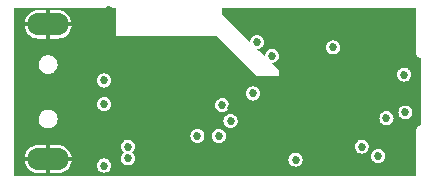
<source format=gbr>
%TF.GenerationSoftware,KiCad,Pcbnew,(6.0.7)*%
%TF.CreationDate,2023-02-08T01:32:31-08:00*%
%TF.ProjectId,ESP_SoC,4553505f-536f-4432-9e6b-696361645f70,rev?*%
%TF.SameCoordinates,Original*%
%TF.FileFunction,Copper,L2,Inr*%
%TF.FilePolarity,Positive*%
%FSLAX46Y46*%
G04 Gerber Fmt 4.6, Leading zero omitted, Abs format (unit mm)*
G04 Created by KiCad (PCBNEW (6.0.7)) date 2023-02-08 01:32:31*
%MOMM*%
%LPD*%
G01*
G04 APERTURE LIST*
%TA.AperFunction,ComponentPad*%
%ADD10O,3.500000X1.900000*%
%TD*%
%TA.AperFunction,ViaPad*%
%ADD11C,0.685800*%
%TD*%
%TA.AperFunction,ViaPad*%
%ADD12C,0.889000*%
%TD*%
G04 APERTURE END LIST*
D10*
%TO.N,GND*%
%TO.C,J1*%
X101650000Y-104450000D03*
X101650000Y-93050000D03*
%TD*%
D11*
%TO.N,+3V3*%
X125800000Y-95000000D03*
X116100000Y-102500000D03*
X116400000Y-99900000D03*
X119337156Y-94518432D03*
X122600000Y-104500000D03*
X119000000Y-98900000D03*
X114295000Y-102475000D03*
X120600000Y-95700000D03*
X117100000Y-101226500D03*
%TO.N,GND*%
X117700000Y-92800000D03*
X106800000Y-92700000D03*
X117178019Y-100133500D03*
X104700000Y-104500000D03*
D12*
X122750000Y-98500000D03*
D11*
X111000000Y-104000000D03*
X130400000Y-94500000D03*
X127400000Y-94500000D03*
X106800000Y-91800000D03*
X112800000Y-94500000D03*
D12*
X124000000Y-99750000D03*
D11*
X106800000Y-93600000D03*
X107800000Y-94500000D03*
D12*
X122750000Y-101000000D03*
D11*
X107700000Y-101100000D03*
X117400000Y-96100000D03*
X130400000Y-92300000D03*
X127400000Y-92300000D03*
X113000000Y-97800000D03*
X115300000Y-99900000D03*
D12*
X124000000Y-98500000D03*
D11*
X113800000Y-94500000D03*
X117000000Y-92100000D03*
X109800000Y-94500000D03*
X114800000Y-94500000D03*
X118700000Y-102800000D03*
D12*
X124000000Y-101000000D03*
D11*
X118800000Y-97400000D03*
X108800000Y-94500000D03*
D12*
X125250000Y-98500000D03*
D11*
X106800000Y-94500000D03*
D12*
X122750000Y-99750000D03*
X125250000Y-101000000D03*
D11*
X111800000Y-94500000D03*
X129000000Y-98900000D03*
X118400000Y-93500000D03*
D12*
X125250000Y-99750000D03*
D11*
X108800000Y-97800000D03*
X113000000Y-101100000D03*
X116700000Y-95400000D03*
X129000000Y-96700000D03*
X110800000Y-94500000D03*
X130700000Y-103800000D03*
%TO.N,+5V*%
X108400000Y-103400000D03*
X131800000Y-97300000D03*
X106400000Y-105000000D03*
X131900000Y-100500000D03*
X108400000Y-104400000D03*
%TO.N,USB_D-*%
X106400000Y-99800000D03*
X129600000Y-104200000D03*
%TO.N,USB_D+*%
X128200000Y-103400000D03*
X106400000Y-97800000D03*
%TO.N,Net-(P1-PadB5)*%
X130300000Y-101000000D03*
%TD*%
%TA.AperFunction,Conductor*%
%TO.N,GND*%
G36*
X107425459Y-91655333D02*
G01*
X107430292Y-91667017D01*
X107427956Y-93940306D01*
X107427896Y-93998552D01*
X107431154Y-93998572D01*
X107431155Y-93998572D01*
X115943296Y-94049960D01*
X115954777Y-94054707D01*
X118560457Y-96622068D01*
X119350000Y-97400000D01*
X121200000Y-97400000D01*
X121200000Y-97300000D01*
X131201480Y-97300000D01*
X131201621Y-97301071D01*
X131214519Y-97399038D01*
X131221874Y-97454908D01*
X131281666Y-97599260D01*
X131282326Y-97600120D01*
X131282327Y-97600122D01*
X131364331Y-97706991D01*
X131376782Y-97723218D01*
X131377637Y-97723874D01*
X131499878Y-97817673D01*
X131499880Y-97817674D01*
X131500740Y-97818334D01*
X131645092Y-97878126D01*
X131646157Y-97878266D01*
X131646160Y-97878267D01*
X131798929Y-97898379D01*
X131800000Y-97898520D01*
X131801071Y-97898379D01*
X131953840Y-97878267D01*
X131953843Y-97878266D01*
X131954908Y-97878126D01*
X132099260Y-97818334D01*
X132100120Y-97817674D01*
X132100122Y-97817673D01*
X132222363Y-97723874D01*
X132223218Y-97723218D01*
X132235669Y-97706991D01*
X132317673Y-97600122D01*
X132317674Y-97600120D01*
X132318334Y-97599260D01*
X132378126Y-97454908D01*
X132385482Y-97399038D01*
X132398379Y-97301071D01*
X132398520Y-97300000D01*
X132392003Y-97250500D01*
X132378267Y-97146160D01*
X132378266Y-97146157D01*
X132378126Y-97145092D01*
X132318334Y-97000740D01*
X132283561Y-96955422D01*
X132223874Y-96877637D01*
X132223218Y-96876782D01*
X132128257Y-96803916D01*
X132100122Y-96782327D01*
X132100120Y-96782326D01*
X132099260Y-96781666D01*
X131954908Y-96721874D01*
X131953843Y-96721734D01*
X131953840Y-96721733D01*
X131801071Y-96701621D01*
X131800000Y-96701480D01*
X131798929Y-96701621D01*
X131646160Y-96721733D01*
X131646157Y-96721734D01*
X131645092Y-96721874D01*
X131500740Y-96781666D01*
X131499880Y-96782326D01*
X131499878Y-96782327D01*
X131471743Y-96803916D01*
X131376782Y-96876782D01*
X131376126Y-96877637D01*
X131316440Y-96955422D01*
X131281666Y-97000740D01*
X131221874Y-97145092D01*
X131221734Y-97146157D01*
X131221733Y-97146160D01*
X131207997Y-97250500D01*
X131201480Y-97300000D01*
X121200000Y-97300000D01*
X121200000Y-96949990D01*
X120559860Y-96323187D01*
X120554905Y-96311572D01*
X120559615Y-96299854D01*
X120571230Y-96294899D01*
X120573558Y-96295039D01*
X120598929Y-96298379D01*
X120600000Y-96298520D01*
X120601071Y-96298379D01*
X120753840Y-96278267D01*
X120753843Y-96278266D01*
X120754908Y-96278126D01*
X120899260Y-96218334D01*
X120900120Y-96217674D01*
X120900122Y-96217673D01*
X121022363Y-96123874D01*
X121023218Y-96123218D01*
X121118334Y-95999260D01*
X121137063Y-95954045D01*
X121177713Y-95855905D01*
X121178126Y-95854908D01*
X121180995Y-95833121D01*
X121198379Y-95701071D01*
X121198520Y-95700000D01*
X121194163Y-95666907D01*
X121178267Y-95546160D01*
X121178266Y-95546157D01*
X121178126Y-95545092D01*
X121138531Y-95449500D01*
X121118750Y-95401744D01*
X121118750Y-95401743D01*
X121118334Y-95400740D01*
X121100057Y-95376920D01*
X121023874Y-95277637D01*
X121023218Y-95276782D01*
X121006991Y-95264331D01*
X120900122Y-95182327D01*
X120900120Y-95182326D01*
X120899260Y-95181666D01*
X120832082Y-95153840D01*
X120755905Y-95122287D01*
X120754908Y-95121874D01*
X120753843Y-95121734D01*
X120753840Y-95121733D01*
X120601071Y-95101621D01*
X120600000Y-95101480D01*
X120598929Y-95101621D01*
X120446160Y-95121733D01*
X120446157Y-95121734D01*
X120445092Y-95121874D01*
X120444095Y-95122287D01*
X120367919Y-95153840D01*
X120300740Y-95181666D01*
X120299880Y-95182326D01*
X120299878Y-95182327D01*
X120193009Y-95264331D01*
X120176782Y-95276782D01*
X120176126Y-95277637D01*
X120099944Y-95376920D01*
X120081666Y-95400740D01*
X120081250Y-95401743D01*
X120081250Y-95401744D01*
X120061469Y-95449500D01*
X120021874Y-95545092D01*
X120021734Y-95546157D01*
X120021733Y-95546160D01*
X120005837Y-95666907D01*
X120001480Y-95700000D01*
X120001621Y-95701071D01*
X120006796Y-95740379D01*
X120003527Y-95752578D01*
X119992591Y-95758892D01*
X119980392Y-95755623D01*
X119978893Y-95754322D01*
X119513123Y-95298256D01*
X119353278Y-95141741D01*
X119348323Y-95130126D01*
X119353033Y-95118408D01*
X119362667Y-95113593D01*
X119416496Y-95106507D01*
X119490996Y-95096699D01*
X119490999Y-95096698D01*
X119492064Y-95096558D01*
X119636416Y-95036766D01*
X119637276Y-95036106D01*
X119637278Y-95036105D01*
X119684331Y-95000000D01*
X125201480Y-95000000D01*
X125201621Y-95001071D01*
X125220141Y-95141741D01*
X125221874Y-95154908D01*
X125222287Y-95155905D01*
X125272710Y-95277637D01*
X125281666Y-95299260D01*
X125376782Y-95423218D01*
X125377637Y-95423874D01*
X125499878Y-95517673D01*
X125499880Y-95517674D01*
X125500740Y-95518334D01*
X125501743Y-95518750D01*
X125501744Y-95518750D01*
X125615928Y-95566046D01*
X125645092Y-95578126D01*
X125646157Y-95578266D01*
X125646160Y-95578267D01*
X125798929Y-95598379D01*
X125800000Y-95598520D01*
X125801071Y-95598379D01*
X125953840Y-95578267D01*
X125953843Y-95578266D01*
X125954908Y-95578126D01*
X125984072Y-95566046D01*
X126098256Y-95518750D01*
X126098257Y-95518750D01*
X126099260Y-95518334D01*
X126100120Y-95517674D01*
X126100122Y-95517673D01*
X126222363Y-95423874D01*
X126223218Y-95423218D01*
X126318334Y-95299260D01*
X126327291Y-95277637D01*
X126377713Y-95155905D01*
X126378126Y-95154908D01*
X126379860Y-95141741D01*
X126398379Y-95001071D01*
X126398520Y-95000000D01*
X126398361Y-94998794D01*
X126378267Y-94846160D01*
X126378266Y-94846157D01*
X126378126Y-94845092D01*
X126318334Y-94700740D01*
X126298075Y-94674337D01*
X126223874Y-94577637D01*
X126223218Y-94576782D01*
X126179299Y-94543082D01*
X126100122Y-94482327D01*
X126100120Y-94482326D01*
X126099260Y-94481666D01*
X125954908Y-94421874D01*
X125953843Y-94421734D01*
X125953840Y-94421733D01*
X125801071Y-94401621D01*
X125800000Y-94401480D01*
X125798929Y-94401621D01*
X125646160Y-94421733D01*
X125646157Y-94421734D01*
X125645092Y-94421874D01*
X125500740Y-94481666D01*
X125499880Y-94482326D01*
X125499878Y-94482327D01*
X125420701Y-94543082D01*
X125376782Y-94576782D01*
X125376126Y-94577637D01*
X125301926Y-94674337D01*
X125281666Y-94700740D01*
X125221874Y-94845092D01*
X125221734Y-94846157D01*
X125221733Y-94846160D01*
X125201639Y-94998794D01*
X125201480Y-95000000D01*
X119684331Y-95000000D01*
X119759519Y-94942306D01*
X119760374Y-94941650D01*
X119833646Y-94846160D01*
X119854829Y-94818554D01*
X119854830Y-94818552D01*
X119855490Y-94817692D01*
X119915282Y-94673340D01*
X119928081Y-94576126D01*
X119935535Y-94519503D01*
X119935676Y-94518432D01*
X119930781Y-94481250D01*
X119915423Y-94364592D01*
X119915422Y-94364589D01*
X119915282Y-94363524D01*
X119867861Y-94249038D01*
X119855906Y-94220176D01*
X119855906Y-94220175D01*
X119855490Y-94219172D01*
X119760374Y-94095214D01*
X119701398Y-94049960D01*
X119637278Y-94000759D01*
X119637276Y-94000758D01*
X119636416Y-94000098D01*
X119624763Y-93995271D01*
X119505929Y-93946049D01*
X119492064Y-93940306D01*
X119490999Y-93940166D01*
X119490996Y-93940165D01*
X119338227Y-93920053D01*
X119337156Y-93919912D01*
X119336085Y-93920053D01*
X119183316Y-93940165D01*
X119183313Y-93940166D01*
X119182248Y-93940306D01*
X119168383Y-93946049D01*
X119049550Y-93995271D01*
X119037896Y-94000098D01*
X119037036Y-94000758D01*
X119037034Y-94000759D01*
X118972914Y-94049960D01*
X118913938Y-94095214D01*
X118818822Y-94219172D01*
X118818406Y-94220175D01*
X118818406Y-94220176D01*
X118806451Y-94249038D01*
X118759030Y-94363524D01*
X118758890Y-94364589D01*
X118758889Y-94364592D01*
X118740442Y-94504716D01*
X118734128Y-94515652D01*
X118721929Y-94518921D01*
X118712539Y-94514351D01*
X117037537Y-92874245D01*
X116404956Y-92254843D01*
X116400000Y-92243054D01*
X116400000Y-91667000D01*
X116404833Y-91655333D01*
X116416500Y-91650500D01*
X132783000Y-91650500D01*
X132794667Y-91655333D01*
X132799500Y-91667000D01*
X132799500Y-95373701D01*
X132799183Y-95376919D01*
X132794592Y-95400000D01*
X132794909Y-95401594D01*
X132797744Y-95415847D01*
X132797957Y-95417218D01*
X132801277Y-95446683D01*
X132809907Y-95523273D01*
X132810214Y-95524149D01*
X132810214Y-95524151D01*
X132850574Y-95639494D01*
X132850576Y-95639498D01*
X132850879Y-95640364D01*
X132851369Y-95641144D01*
X132851370Y-95641146D01*
X132899111Y-95717125D01*
X132916879Y-95745403D01*
X133004597Y-95833121D01*
X133005385Y-95833616D01*
X133108854Y-95898630D01*
X133108856Y-95898631D01*
X133109636Y-95899121D01*
X133188950Y-95926874D01*
X133198366Y-95935289D01*
X133200000Y-95942448D01*
X133200000Y-101557552D01*
X133195167Y-101569219D01*
X133188951Y-101573125D01*
X133109636Y-101600879D01*
X133108856Y-101601369D01*
X133108854Y-101601370D01*
X133073996Y-101623273D01*
X133004597Y-101666879D01*
X132916879Y-101754597D01*
X132916384Y-101755385D01*
X132856652Y-101850449D01*
X132850879Y-101859636D01*
X132850576Y-101860502D01*
X132850574Y-101860506D01*
X132816695Y-101957327D01*
X132809907Y-101976727D01*
X132809276Y-101982327D01*
X132797957Y-102082782D01*
X132797744Y-102084153D01*
X132794592Y-102100000D01*
X132794909Y-102101594D01*
X132799183Y-102123080D01*
X132799500Y-102126299D01*
X132799500Y-105833000D01*
X132794667Y-105844667D01*
X132783000Y-105849500D01*
X98817000Y-105849500D01*
X98805333Y-105844667D01*
X98800500Y-105833000D01*
X98800500Y-104627320D01*
X99662796Y-104627320D01*
X99685795Y-104761170D01*
X99686185Y-104762622D01*
X99761994Y-104968115D01*
X99762646Y-104969480D01*
X99874628Y-105157706D01*
X99875525Y-105158940D01*
X100019933Y-105323605D01*
X100021032Y-105324648D01*
X100193041Y-105460249D01*
X100194302Y-105461068D01*
X100388146Y-105563054D01*
X100389532Y-105563628D01*
X100598720Y-105628583D01*
X100600182Y-105628894D01*
X100778021Y-105649943D01*
X100778998Y-105650000D01*
X101471717Y-105650000D01*
X101474038Y-105649038D01*
X101475000Y-105646717D01*
X101825000Y-105646717D01*
X101825962Y-105649038D01*
X101828283Y-105650000D01*
X102505569Y-105650000D01*
X102506327Y-105649965D01*
X102668871Y-105635030D01*
X102670343Y-105634757D01*
X102881165Y-105575299D01*
X102882558Y-105574764D01*
X103079007Y-105477886D01*
X103080288Y-105477101D01*
X103255788Y-105346049D01*
X103256914Y-105345034D01*
X103405588Y-105184200D01*
X103406505Y-105183006D01*
X103521973Y-105000000D01*
X105801480Y-105000000D01*
X105821874Y-105154908D01*
X105881666Y-105299260D01*
X105882326Y-105300120D01*
X105882327Y-105300122D01*
X105917568Y-105346049D01*
X105976782Y-105423218D01*
X105977637Y-105423874D01*
X106099878Y-105517673D01*
X106099880Y-105517674D01*
X106100740Y-105518334D01*
X106245092Y-105578126D01*
X106246157Y-105578266D01*
X106246160Y-105578267D01*
X106398929Y-105598379D01*
X106400000Y-105598520D01*
X106401071Y-105598379D01*
X106553840Y-105578267D01*
X106553843Y-105578266D01*
X106554908Y-105578126D01*
X106699260Y-105518334D01*
X106700120Y-105517674D01*
X106700122Y-105517673D01*
X106822363Y-105423874D01*
X106823218Y-105423218D01*
X106882432Y-105346049D01*
X106917673Y-105300122D01*
X106917674Y-105300120D01*
X106918334Y-105299260D01*
X106978126Y-105154908D01*
X106998520Y-105000000D01*
X106988498Y-104923874D01*
X106978267Y-104846160D01*
X106978266Y-104846157D01*
X106978126Y-104845092D01*
X106918334Y-104700740D01*
X106917199Y-104699260D01*
X106823874Y-104577637D01*
X106823218Y-104576782D01*
X106806991Y-104564331D01*
X106700122Y-104482327D01*
X106700120Y-104482326D01*
X106699260Y-104481666D01*
X106554908Y-104421874D01*
X106553843Y-104421734D01*
X106553840Y-104421733D01*
X106401071Y-104401621D01*
X106400000Y-104401480D01*
X106398929Y-104401621D01*
X106246160Y-104421733D01*
X106246157Y-104421734D01*
X106245092Y-104421874D01*
X106100740Y-104481666D01*
X106099880Y-104482326D01*
X106099878Y-104482327D01*
X105993009Y-104564331D01*
X105976782Y-104576782D01*
X105976126Y-104577637D01*
X105882802Y-104699260D01*
X105881666Y-104700740D01*
X105821874Y-104845092D01*
X105821734Y-104846157D01*
X105821733Y-104846160D01*
X105811502Y-104923874D01*
X105801480Y-105000000D01*
X103521973Y-105000000D01*
X103523387Y-104997759D01*
X103524069Y-104996419D01*
X103605230Y-104792987D01*
X103605661Y-104791533D01*
X103638147Y-104628219D01*
X103637656Y-104625755D01*
X103636527Y-104625000D01*
X101828283Y-104625000D01*
X101825962Y-104625962D01*
X101825000Y-104628283D01*
X101825000Y-105646717D01*
X101475000Y-105646717D01*
X101475000Y-104628283D01*
X101474038Y-104625962D01*
X101471717Y-104625000D01*
X99665680Y-104625000D01*
X99663359Y-104625962D01*
X99662796Y-104627320D01*
X98800500Y-104627320D01*
X98800500Y-104400000D01*
X107801480Y-104400000D01*
X107801621Y-104401071D01*
X107814416Y-104498256D01*
X107821874Y-104554908D01*
X107822287Y-104555905D01*
X107851220Y-104625755D01*
X107881666Y-104699260D01*
X107882326Y-104700120D01*
X107882327Y-104700122D01*
X107896302Y-104718334D01*
X107976782Y-104823218D01*
X107977637Y-104823874D01*
X108099878Y-104917673D01*
X108099880Y-104917674D01*
X108100740Y-104918334D01*
X108245092Y-104978126D01*
X108246157Y-104978266D01*
X108246160Y-104978267D01*
X108398929Y-104998379D01*
X108400000Y-104998520D01*
X108401071Y-104998379D01*
X108553840Y-104978267D01*
X108553843Y-104978266D01*
X108554908Y-104978126D01*
X108699260Y-104918334D01*
X108700120Y-104917674D01*
X108700122Y-104917673D01*
X108822363Y-104823874D01*
X108823218Y-104823218D01*
X108903698Y-104718334D01*
X108917673Y-104700122D01*
X108917674Y-104700120D01*
X108918334Y-104699260D01*
X108948781Y-104625755D01*
X108977713Y-104555905D01*
X108978126Y-104554908D01*
X108985355Y-104500000D01*
X122001480Y-104500000D01*
X122001621Y-104501071D01*
X122018369Y-104628283D01*
X122021874Y-104654908D01*
X122081666Y-104799260D01*
X122082326Y-104800120D01*
X122082327Y-104800122D01*
X122164331Y-104906991D01*
X122176782Y-104923218D01*
X122177637Y-104923874D01*
X122299878Y-105017673D01*
X122299880Y-105017674D01*
X122300740Y-105018334D01*
X122445092Y-105078126D01*
X122446157Y-105078266D01*
X122446160Y-105078267D01*
X122598929Y-105098379D01*
X122600000Y-105098520D01*
X122601071Y-105098379D01*
X122753840Y-105078267D01*
X122753843Y-105078266D01*
X122754908Y-105078126D01*
X122899260Y-105018334D01*
X122900120Y-105017674D01*
X122900122Y-105017673D01*
X123022363Y-104923874D01*
X123023218Y-104923218D01*
X123035669Y-104906991D01*
X123117673Y-104800122D01*
X123117674Y-104800120D01*
X123118334Y-104799260D01*
X123178126Y-104654908D01*
X123181632Y-104628283D01*
X123198379Y-104501071D01*
X123198520Y-104500000D01*
X123179550Y-104355905D01*
X123178267Y-104346160D01*
X123178266Y-104346157D01*
X123178126Y-104345092D01*
X123149093Y-104275000D01*
X123118750Y-104201744D01*
X123118750Y-104201743D01*
X123118334Y-104200740D01*
X123117766Y-104200000D01*
X129001480Y-104200000D01*
X129001621Y-104201071D01*
X129020582Y-104345092D01*
X129021874Y-104354908D01*
X129081666Y-104499260D01*
X129082326Y-104500120D01*
X129082327Y-104500122D01*
X129164331Y-104606991D01*
X129176782Y-104623218D01*
X129183383Y-104628283D01*
X129299878Y-104717673D01*
X129299880Y-104717674D01*
X129300740Y-104718334D01*
X129445092Y-104778126D01*
X129446157Y-104778266D01*
X129446160Y-104778267D01*
X129598929Y-104798379D01*
X129600000Y-104798520D01*
X129601071Y-104798379D01*
X129753840Y-104778267D01*
X129753843Y-104778266D01*
X129754908Y-104778126D01*
X129899260Y-104718334D01*
X129900120Y-104717674D01*
X129900122Y-104717673D01*
X130016617Y-104628283D01*
X130023218Y-104623218D01*
X130035669Y-104606991D01*
X130117673Y-104500122D01*
X130117674Y-104500120D01*
X130118334Y-104499260D01*
X130178126Y-104354908D01*
X130179419Y-104345092D01*
X130198379Y-104201071D01*
X130198520Y-104200000D01*
X130190276Y-104137378D01*
X130178267Y-104046160D01*
X130178266Y-104046157D01*
X130178126Y-104045092D01*
X130150217Y-103977713D01*
X130118750Y-103901744D01*
X130118750Y-103901743D01*
X130118334Y-103900740D01*
X130116114Y-103897846D01*
X130023874Y-103777637D01*
X130023218Y-103776782D01*
X129945301Y-103716994D01*
X129900122Y-103682327D01*
X129900120Y-103682326D01*
X129899260Y-103681666D01*
X129754908Y-103621874D01*
X129753843Y-103621734D01*
X129753840Y-103621733D01*
X129601071Y-103601621D01*
X129600000Y-103601480D01*
X129598929Y-103601621D01*
X129446160Y-103621733D01*
X129446157Y-103621734D01*
X129445092Y-103621874D01*
X129300740Y-103681666D01*
X129299880Y-103682326D01*
X129299878Y-103682327D01*
X129254699Y-103716994D01*
X129176782Y-103776782D01*
X129176126Y-103777637D01*
X129083887Y-103897846D01*
X129081666Y-103900740D01*
X129081250Y-103901743D01*
X129081250Y-103901744D01*
X129049783Y-103977713D01*
X129021874Y-104045092D01*
X129021734Y-104046157D01*
X129021733Y-104046160D01*
X129009724Y-104137378D01*
X129001480Y-104200000D01*
X123117766Y-104200000D01*
X123116945Y-104198929D01*
X123023874Y-104077637D01*
X123023218Y-104076782D01*
X123006991Y-104064331D01*
X122900122Y-103982327D01*
X122900120Y-103982326D01*
X122899260Y-103981666D01*
X122885876Y-103976122D01*
X122755905Y-103922287D01*
X122754908Y-103921874D01*
X122753843Y-103921734D01*
X122753840Y-103921733D01*
X122601071Y-103901621D01*
X122600000Y-103901480D01*
X122598929Y-103901621D01*
X122446160Y-103921733D01*
X122446157Y-103921734D01*
X122445092Y-103921874D01*
X122444095Y-103922287D01*
X122314125Y-103976122D01*
X122300740Y-103981666D01*
X122299880Y-103982326D01*
X122299878Y-103982327D01*
X122193009Y-104064331D01*
X122176782Y-104076782D01*
X122176126Y-104077637D01*
X122083056Y-104198929D01*
X122081666Y-104200740D01*
X122081250Y-104201743D01*
X122081250Y-104201744D01*
X122050907Y-104275000D01*
X122021874Y-104345092D01*
X122021734Y-104346157D01*
X122021733Y-104346160D01*
X122020450Y-104355905D01*
X122001480Y-104500000D01*
X108985355Y-104500000D01*
X108985585Y-104498256D01*
X108998379Y-104401071D01*
X108998520Y-104400000D01*
X108991160Y-104344095D01*
X108978267Y-104246160D01*
X108978266Y-104246157D01*
X108978126Y-104245092D01*
X108918334Y-104100740D01*
X108899951Y-104076782D01*
X108823874Y-103977637D01*
X108823218Y-103976782D01*
X108822363Y-103976126D01*
X108822359Y-103976122D01*
X108740213Y-103913090D01*
X108733898Y-103902154D01*
X108737167Y-103889956D01*
X108740213Y-103886910D01*
X108822359Y-103823878D01*
X108822363Y-103823874D01*
X108823218Y-103823218D01*
X108835669Y-103806991D01*
X108917673Y-103700122D01*
X108917674Y-103700120D01*
X108918334Y-103699260D01*
X108978126Y-103554908D01*
X108998520Y-103400000D01*
X127601480Y-103400000D01*
X127621874Y-103554908D01*
X127681666Y-103699260D01*
X127682326Y-103700120D01*
X127682327Y-103700122D01*
X127764331Y-103806991D01*
X127776782Y-103823218D01*
X127777637Y-103823874D01*
X127899878Y-103917673D01*
X127899880Y-103917674D01*
X127900740Y-103918334D01*
X128045092Y-103978126D01*
X128046157Y-103978266D01*
X128046160Y-103978267D01*
X128198929Y-103998379D01*
X128200000Y-103998520D01*
X128201071Y-103998379D01*
X128353840Y-103978267D01*
X128353843Y-103978266D01*
X128354908Y-103978126D01*
X128499260Y-103918334D01*
X128500120Y-103917674D01*
X128500122Y-103917673D01*
X128622363Y-103823874D01*
X128623218Y-103823218D01*
X128635669Y-103806991D01*
X128717673Y-103700122D01*
X128717674Y-103700120D01*
X128718334Y-103699260D01*
X128778126Y-103554908D01*
X128798520Y-103400000D01*
X128780743Y-103264970D01*
X128778267Y-103246160D01*
X128778266Y-103246157D01*
X128778126Y-103245092D01*
X128718334Y-103100740D01*
X128716523Y-103098379D01*
X128623874Y-102977637D01*
X128623218Y-102976782D01*
X128521686Y-102898874D01*
X128500122Y-102882327D01*
X128500120Y-102882326D01*
X128499260Y-102881666D01*
X128354908Y-102821874D01*
X128353843Y-102821734D01*
X128353840Y-102821733D01*
X128201071Y-102801621D01*
X128200000Y-102801480D01*
X128198929Y-102801621D01*
X128046160Y-102821733D01*
X128046157Y-102821734D01*
X128045092Y-102821874D01*
X127900740Y-102881666D01*
X127899880Y-102882326D01*
X127899878Y-102882327D01*
X127878314Y-102898874D01*
X127776782Y-102976782D01*
X127776126Y-102977637D01*
X127683478Y-103098379D01*
X127681666Y-103100740D01*
X127621874Y-103245092D01*
X127621734Y-103246157D01*
X127621733Y-103246160D01*
X127619257Y-103264970D01*
X127601480Y-103400000D01*
X108998520Y-103400000D01*
X108980743Y-103264970D01*
X108978267Y-103246160D01*
X108978266Y-103246157D01*
X108978126Y-103245092D01*
X108918334Y-103100740D01*
X108916523Y-103098379D01*
X108823874Y-102977637D01*
X108823218Y-102976782D01*
X108721686Y-102898874D01*
X108700122Y-102882327D01*
X108700120Y-102882326D01*
X108699260Y-102881666D01*
X108554908Y-102821874D01*
X108553843Y-102821734D01*
X108553840Y-102821733D01*
X108401071Y-102801621D01*
X108400000Y-102801480D01*
X108398929Y-102801621D01*
X108246160Y-102821733D01*
X108246157Y-102821734D01*
X108245092Y-102821874D01*
X108100740Y-102881666D01*
X108099880Y-102882326D01*
X108099878Y-102882327D01*
X108078314Y-102898874D01*
X107976782Y-102976782D01*
X107976126Y-102977637D01*
X107883478Y-103098379D01*
X107881666Y-103100740D01*
X107821874Y-103245092D01*
X107821734Y-103246157D01*
X107821733Y-103246160D01*
X107819257Y-103264970D01*
X107801480Y-103400000D01*
X107821874Y-103554908D01*
X107881666Y-103699260D01*
X107882326Y-103700120D01*
X107882327Y-103700122D01*
X107964331Y-103806991D01*
X107976782Y-103823218D01*
X107977637Y-103823874D01*
X107977641Y-103823878D01*
X108059787Y-103886910D01*
X108066102Y-103897846D01*
X108062833Y-103910044D01*
X108059787Y-103913090D01*
X107977641Y-103976122D01*
X107977637Y-103976126D01*
X107976782Y-103976782D01*
X107976126Y-103977637D01*
X107900050Y-104076782D01*
X107881666Y-104100740D01*
X107821874Y-104245092D01*
X107821734Y-104246157D01*
X107821733Y-104246160D01*
X107808840Y-104344095D01*
X107801480Y-104400000D01*
X98800500Y-104400000D01*
X98800500Y-104271781D01*
X99661853Y-104271781D01*
X99662344Y-104274245D01*
X99663473Y-104275000D01*
X101471717Y-104275000D01*
X101474038Y-104274038D01*
X101475000Y-104271717D01*
X101825000Y-104271717D01*
X101825962Y-104274038D01*
X101828283Y-104275000D01*
X103634320Y-104275000D01*
X103636641Y-104274038D01*
X103637204Y-104272680D01*
X103614205Y-104138830D01*
X103613815Y-104137378D01*
X103538006Y-103931885D01*
X103537354Y-103930520D01*
X103425372Y-103742294D01*
X103424475Y-103741060D01*
X103280067Y-103576395D01*
X103278968Y-103575352D01*
X103106959Y-103439751D01*
X103105698Y-103438932D01*
X102911854Y-103336946D01*
X102910468Y-103336372D01*
X102701280Y-103271417D01*
X102699818Y-103271106D01*
X102521979Y-103250057D01*
X102521002Y-103250000D01*
X101828283Y-103250000D01*
X101825962Y-103250962D01*
X101825000Y-103253283D01*
X101825000Y-104271717D01*
X101475000Y-104271717D01*
X101475000Y-103253283D01*
X101474038Y-103250962D01*
X101471717Y-103250000D01*
X100794431Y-103250000D01*
X100793673Y-103250035D01*
X100631129Y-103264970D01*
X100629657Y-103265243D01*
X100418835Y-103324701D01*
X100417442Y-103325236D01*
X100220993Y-103422114D01*
X100219712Y-103422899D01*
X100044212Y-103553951D01*
X100043086Y-103554966D01*
X99894412Y-103715800D01*
X99893495Y-103716994D01*
X99776613Y-103902241D01*
X99775931Y-103903581D01*
X99694770Y-104107013D01*
X99694339Y-104108467D01*
X99661853Y-104271781D01*
X98800500Y-104271781D01*
X98800500Y-102475000D01*
X113696480Y-102475000D01*
X113716874Y-102629908D01*
X113776666Y-102774260D01*
X113777326Y-102775120D01*
X113777327Y-102775122D01*
X113813093Y-102821733D01*
X113871782Y-102898218D01*
X113872637Y-102898874D01*
X113994878Y-102992673D01*
X113994880Y-102992674D01*
X113995740Y-102993334D01*
X114140092Y-103053126D01*
X114141157Y-103053266D01*
X114141160Y-103053267D01*
X114293929Y-103073379D01*
X114295000Y-103073520D01*
X114296071Y-103073379D01*
X114448840Y-103053267D01*
X114448843Y-103053266D01*
X114449908Y-103053126D01*
X114594260Y-102993334D01*
X114595120Y-102992674D01*
X114595122Y-102992673D01*
X114717363Y-102898874D01*
X114718218Y-102898218D01*
X114776907Y-102821733D01*
X114812673Y-102775122D01*
X114812674Y-102775120D01*
X114813334Y-102774260D01*
X114873126Y-102629908D01*
X114890229Y-102500000D01*
X115501480Y-102500000D01*
X115501621Y-102501071D01*
X115518583Y-102629908D01*
X115521874Y-102654908D01*
X115581666Y-102799260D01*
X115582326Y-102800120D01*
X115582327Y-102800122D01*
X115598910Y-102821733D01*
X115676782Y-102923218D01*
X115677637Y-102923874D01*
X115799878Y-103017673D01*
X115799880Y-103017674D01*
X115800740Y-103018334D01*
X115801743Y-103018750D01*
X115801744Y-103018750D01*
X115915928Y-103066046D01*
X115945092Y-103078126D01*
X115946157Y-103078266D01*
X115946160Y-103078267D01*
X116098929Y-103098379D01*
X116100000Y-103098520D01*
X116101071Y-103098379D01*
X116253840Y-103078267D01*
X116253843Y-103078266D01*
X116254908Y-103078126D01*
X116284072Y-103066046D01*
X116398256Y-103018750D01*
X116398257Y-103018750D01*
X116399260Y-103018334D01*
X116400120Y-103017674D01*
X116400122Y-103017673D01*
X116522363Y-102923874D01*
X116523218Y-102923218D01*
X116601090Y-102821733D01*
X116617673Y-102800122D01*
X116617674Y-102800120D01*
X116618334Y-102799260D01*
X116678126Y-102654908D01*
X116681418Y-102629908D01*
X116698379Y-102501071D01*
X116698520Y-102500000D01*
X116678126Y-102345092D01*
X116618334Y-102200740D01*
X116599922Y-102176744D01*
X116523874Y-102077637D01*
X116523218Y-102076782D01*
X116422008Y-101999121D01*
X116400122Y-101982327D01*
X116400120Y-101982326D01*
X116399260Y-101981666D01*
X116389570Y-101977652D01*
X116255905Y-101922287D01*
X116254908Y-101921874D01*
X116253843Y-101921734D01*
X116253840Y-101921733D01*
X116101071Y-101901621D01*
X116100000Y-101901480D01*
X116098929Y-101901621D01*
X115946160Y-101921733D01*
X115946157Y-101921734D01*
X115945092Y-101921874D01*
X115944095Y-101922287D01*
X115810431Y-101977652D01*
X115800740Y-101981666D01*
X115799880Y-101982326D01*
X115799878Y-101982327D01*
X115777992Y-101999121D01*
X115676782Y-102076782D01*
X115676126Y-102077637D01*
X115600079Y-102176744D01*
X115581666Y-102200740D01*
X115521874Y-102345092D01*
X115501480Y-102500000D01*
X114890229Y-102500000D01*
X114893520Y-102475000D01*
X114876558Y-102346160D01*
X114873267Y-102321160D01*
X114873266Y-102321157D01*
X114873126Y-102320092D01*
X114813334Y-102175740D01*
X114718218Y-102051782D01*
X114649589Y-101999121D01*
X114595122Y-101957327D01*
X114595120Y-101957326D01*
X114594260Y-101956666D01*
X114509924Y-101921733D01*
X114450905Y-101897287D01*
X114449908Y-101896874D01*
X114448843Y-101896734D01*
X114448840Y-101896733D01*
X114296071Y-101876621D01*
X114295000Y-101876480D01*
X114293929Y-101876621D01*
X114141160Y-101896733D01*
X114141157Y-101896734D01*
X114140092Y-101896874D01*
X114139095Y-101897287D01*
X114080077Y-101921733D01*
X113995740Y-101956666D01*
X113994880Y-101957326D01*
X113994878Y-101957327D01*
X113940411Y-101999121D01*
X113871782Y-102051782D01*
X113776666Y-102175740D01*
X113716874Y-102320092D01*
X113716734Y-102321157D01*
X113716733Y-102321160D01*
X113713442Y-102346160D01*
X113696480Y-102475000D01*
X98800500Y-102475000D01*
X98800500Y-101044376D01*
X100844455Y-101044376D01*
X100863227Y-101222983D01*
X100863524Y-101223855D01*
X100917499Y-101382405D01*
X100921103Y-101392993D01*
X101015206Y-101545955D01*
X101015854Y-101546617D01*
X101015855Y-101546618D01*
X101028869Y-101559907D01*
X101140859Y-101674268D01*
X101223355Y-101727433D01*
X101266728Y-101755385D01*
X101291817Y-101771554D01*
X101367558Y-101799121D01*
X101459714Y-101832664D01*
X101459718Y-101832665D01*
X101460578Y-101832978D01*
X101599283Y-101850500D01*
X101695155Y-101850500D01*
X101695606Y-101850449D01*
X101695613Y-101850449D01*
X101782242Y-101840732D01*
X101828472Y-101835546D01*
X101918449Y-101804213D01*
X101997204Y-101776788D01*
X101997207Y-101776787D01*
X101998073Y-101776485D01*
X102034154Y-101753939D01*
X102149596Y-101681803D01*
X102149597Y-101681802D01*
X102150375Y-101681316D01*
X102156968Y-101674769D01*
X102277151Y-101555422D01*
X102277153Y-101555419D01*
X102277807Y-101554770D01*
X102374037Y-101403136D01*
X102434281Y-101233951D01*
X102435169Y-101226500D01*
X116501480Y-101226500D01*
X116501621Y-101227571D01*
X116511173Y-101300122D01*
X116521874Y-101381408D01*
X116581666Y-101525760D01*
X116582326Y-101526620D01*
X116582327Y-101526622D01*
X116639073Y-101600575D01*
X116676782Y-101649718D01*
X116677637Y-101650374D01*
X116799878Y-101744173D01*
X116799880Y-101744174D01*
X116800740Y-101744834D01*
X116801743Y-101745250D01*
X116801744Y-101745250D01*
X116864034Y-101771051D01*
X116945092Y-101804626D01*
X116946157Y-101804766D01*
X116946160Y-101804767D01*
X117098929Y-101824879D01*
X117100000Y-101825020D01*
X117101071Y-101824879D01*
X117253840Y-101804767D01*
X117253843Y-101804766D01*
X117254908Y-101804626D01*
X117335966Y-101771051D01*
X117398256Y-101745250D01*
X117398257Y-101745250D01*
X117399260Y-101744834D01*
X117400120Y-101744174D01*
X117400122Y-101744173D01*
X117522363Y-101650374D01*
X117523218Y-101649718D01*
X117560927Y-101600575D01*
X117617673Y-101526622D01*
X117617674Y-101526620D01*
X117618334Y-101525760D01*
X117678126Y-101381408D01*
X117688828Y-101300122D01*
X117698379Y-101227571D01*
X117698520Y-101226500D01*
X117679005Y-101078267D01*
X117678267Y-101072660D01*
X117678266Y-101072657D01*
X117678126Y-101071592D01*
X117648472Y-101000000D01*
X129701480Y-101000000D01*
X129721874Y-101154908D01*
X129722287Y-101155905D01*
X129750433Y-101223855D01*
X129781666Y-101299260D01*
X129876782Y-101423218D01*
X129877637Y-101423874D01*
X129999878Y-101517673D01*
X129999880Y-101517674D01*
X130000740Y-101518334D01*
X130001743Y-101518750D01*
X130001744Y-101518750D01*
X130101107Y-101559907D01*
X130145092Y-101578126D01*
X130146157Y-101578266D01*
X130146160Y-101578267D01*
X130298929Y-101598379D01*
X130300000Y-101598520D01*
X130301071Y-101598379D01*
X130453840Y-101578267D01*
X130453843Y-101578266D01*
X130454908Y-101578126D01*
X130498893Y-101559907D01*
X130598256Y-101518750D01*
X130598257Y-101518750D01*
X130599260Y-101518334D01*
X130600120Y-101517674D01*
X130600122Y-101517673D01*
X130722363Y-101423874D01*
X130723218Y-101423218D01*
X130818334Y-101299260D01*
X130849568Y-101223855D01*
X130877713Y-101155905D01*
X130878126Y-101154908D01*
X130898520Y-101000000D01*
X130888941Y-100927240D01*
X130878267Y-100846160D01*
X130878266Y-100846157D01*
X130878126Y-100845092D01*
X130820930Y-100707007D01*
X130818750Y-100701744D01*
X130818750Y-100701743D01*
X130818334Y-100700740D01*
X130814762Y-100696084D01*
X130723874Y-100577637D01*
X130723218Y-100576782D01*
X130694616Y-100554835D01*
X130623154Y-100500000D01*
X131301480Y-100500000D01*
X131301621Y-100501071D01*
X131321014Y-100648374D01*
X131321874Y-100654908D01*
X131322287Y-100655905D01*
X131343128Y-100706219D01*
X131381666Y-100799260D01*
X131382326Y-100800120D01*
X131382327Y-100800122D01*
X131432249Y-100865181D01*
X131476782Y-100923218D01*
X131477637Y-100923874D01*
X131599878Y-101017673D01*
X131599880Y-101017674D01*
X131600740Y-101018334D01*
X131601743Y-101018750D01*
X131601744Y-101018750D01*
X131665828Y-101045294D01*
X131745092Y-101078126D01*
X131746157Y-101078266D01*
X131746160Y-101078267D01*
X131898929Y-101098379D01*
X131900000Y-101098520D01*
X131901071Y-101098379D01*
X132053840Y-101078267D01*
X132053843Y-101078266D01*
X132054908Y-101078126D01*
X132134172Y-101045294D01*
X132198256Y-101018750D01*
X132198257Y-101018750D01*
X132199260Y-101018334D01*
X132200120Y-101017674D01*
X132200122Y-101017673D01*
X132322363Y-100923874D01*
X132323218Y-100923218D01*
X132367751Y-100865181D01*
X132417673Y-100800122D01*
X132417674Y-100800120D01*
X132418334Y-100799260D01*
X132456873Y-100706219D01*
X132477713Y-100655905D01*
X132478126Y-100654908D01*
X132478987Y-100648374D01*
X132498379Y-100501071D01*
X132498520Y-100500000D01*
X132495586Y-100477713D01*
X132478267Y-100346160D01*
X132478266Y-100346157D01*
X132478126Y-100345092D01*
X132427645Y-100223218D01*
X132418750Y-100201744D01*
X132418750Y-100201743D01*
X132418334Y-100200740D01*
X132417199Y-100199260D01*
X132323874Y-100077637D01*
X132323218Y-100076782D01*
X132306991Y-100064331D01*
X132200122Y-99982327D01*
X132200120Y-99982326D01*
X132199260Y-99981666D01*
X132132082Y-99953840D01*
X132055905Y-99922287D01*
X132054908Y-99921874D01*
X132053843Y-99921734D01*
X132053840Y-99921733D01*
X131901071Y-99901621D01*
X131900000Y-99901480D01*
X131898929Y-99901621D01*
X131746160Y-99921733D01*
X131746157Y-99921734D01*
X131745092Y-99921874D01*
X131744095Y-99922287D01*
X131667919Y-99953840D01*
X131600740Y-99981666D01*
X131599880Y-99982326D01*
X131599878Y-99982327D01*
X131493009Y-100064331D01*
X131476782Y-100076782D01*
X131476126Y-100077637D01*
X131382802Y-100199260D01*
X131381666Y-100200740D01*
X131381250Y-100201743D01*
X131381250Y-100201744D01*
X131372355Y-100223218D01*
X131321874Y-100345092D01*
X131321734Y-100346157D01*
X131321733Y-100346160D01*
X131304414Y-100477713D01*
X131301480Y-100500000D01*
X130623154Y-100500000D01*
X130600122Y-100482327D01*
X130600120Y-100482326D01*
X130599260Y-100481666D01*
X130454908Y-100421874D01*
X130453843Y-100421734D01*
X130453840Y-100421733D01*
X130301071Y-100401621D01*
X130300000Y-100401480D01*
X130298929Y-100401621D01*
X130146160Y-100421733D01*
X130146157Y-100421734D01*
X130145092Y-100421874D01*
X130000740Y-100481666D01*
X129999880Y-100482326D01*
X129999878Y-100482327D01*
X129905384Y-100554835D01*
X129876782Y-100576782D01*
X129876126Y-100577637D01*
X129785239Y-100696084D01*
X129781666Y-100700740D01*
X129781250Y-100701743D01*
X129781250Y-100701744D01*
X129779070Y-100707007D01*
X129721874Y-100845092D01*
X129721734Y-100846157D01*
X129721733Y-100846160D01*
X129711059Y-100927240D01*
X129701480Y-101000000D01*
X117648472Y-101000000D01*
X117618334Y-100927240D01*
X117615752Y-100923874D01*
X117523874Y-100804137D01*
X117523218Y-100803282D01*
X117506991Y-100790831D01*
X117400122Y-100708827D01*
X117400120Y-100708826D01*
X117399260Y-100708166D01*
X117394560Y-100706219D01*
X117255905Y-100648787D01*
X117254908Y-100648374D01*
X117253843Y-100648234D01*
X117253840Y-100648233D01*
X117101071Y-100628121D01*
X117100000Y-100627980D01*
X117098929Y-100628121D01*
X116946160Y-100648233D01*
X116946157Y-100648234D01*
X116945092Y-100648374D01*
X116944095Y-100648787D01*
X116805441Y-100706219D01*
X116800740Y-100708166D01*
X116799880Y-100708826D01*
X116799878Y-100708827D01*
X116693009Y-100790831D01*
X116676782Y-100803282D01*
X116676126Y-100804137D01*
X116584249Y-100923874D01*
X116581666Y-100927240D01*
X116521874Y-101071592D01*
X116521734Y-101072657D01*
X116521733Y-101072660D01*
X116520995Y-101078267D01*
X116501480Y-101226500D01*
X102435169Y-101226500D01*
X102455545Y-101055624D01*
X102436773Y-100877017D01*
X102410596Y-100800122D01*
X102379195Y-100707881D01*
X102379193Y-100707877D01*
X102378897Y-100707007D01*
X102284794Y-100554045D01*
X102159141Y-100425732D01*
X102035670Y-100346160D01*
X102008964Y-100328949D01*
X102008962Y-100328948D01*
X102008183Y-100328446D01*
X101932442Y-100300879D01*
X101840286Y-100267336D01*
X101840282Y-100267335D01*
X101839422Y-100267022D01*
X101700717Y-100249500D01*
X101604845Y-100249500D01*
X101604394Y-100249551D01*
X101604387Y-100249551D01*
X101517758Y-100259268D01*
X101471528Y-100264454D01*
X101397789Y-100290132D01*
X101302796Y-100323212D01*
X101302793Y-100323213D01*
X101301927Y-100323515D01*
X101301150Y-100324001D01*
X101301149Y-100324001D01*
X101182120Y-100398379D01*
X101149625Y-100418684D01*
X101148973Y-100419331D01*
X101148971Y-100419333D01*
X101022849Y-100544578D01*
X101022847Y-100544581D01*
X101022193Y-100545230D01*
X100925963Y-100696864D01*
X100865719Y-100866049D01*
X100844455Y-101044376D01*
X98800500Y-101044376D01*
X98800500Y-99800000D01*
X105801480Y-99800000D01*
X105801621Y-99801071D01*
X105814859Y-99901621D01*
X105821874Y-99954908D01*
X105822287Y-99955905D01*
X105872710Y-100077637D01*
X105881666Y-100099260D01*
X105976782Y-100223218D01*
X105977637Y-100223874D01*
X106099878Y-100317673D01*
X106099880Y-100317674D01*
X106100740Y-100318334D01*
X106101743Y-100318750D01*
X106101744Y-100318750D01*
X106215928Y-100366046D01*
X106245092Y-100378126D01*
X106246157Y-100378266D01*
X106246160Y-100378267D01*
X106398929Y-100398379D01*
X106400000Y-100398520D01*
X106401071Y-100398379D01*
X106553840Y-100378267D01*
X106553843Y-100378266D01*
X106554908Y-100378126D01*
X106584072Y-100366046D01*
X106698256Y-100318750D01*
X106698257Y-100318750D01*
X106699260Y-100318334D01*
X106700120Y-100317674D01*
X106700122Y-100317673D01*
X106822363Y-100223874D01*
X106823218Y-100223218D01*
X106918334Y-100099260D01*
X106927291Y-100077637D01*
X106977713Y-99955905D01*
X106978126Y-99954908D01*
X106985142Y-99901621D01*
X106985355Y-99900000D01*
X115801480Y-99900000D01*
X115801621Y-99901071D01*
X115812319Y-99982327D01*
X115821874Y-100054908D01*
X115881666Y-100199260D01*
X115882326Y-100200120D01*
X115882327Y-100200122D01*
X115920265Y-100249564D01*
X115976782Y-100323218D01*
X115983182Y-100328129D01*
X116099878Y-100417673D01*
X116099880Y-100417674D01*
X116100740Y-100418334D01*
X116101743Y-100418750D01*
X116101744Y-100418750D01*
X116120196Y-100426393D01*
X116245092Y-100478126D01*
X116246157Y-100478266D01*
X116246160Y-100478267D01*
X116398929Y-100498379D01*
X116400000Y-100498520D01*
X116401071Y-100498379D01*
X116553840Y-100478267D01*
X116553843Y-100478266D01*
X116554908Y-100478126D01*
X116679804Y-100426393D01*
X116698256Y-100418750D01*
X116698257Y-100418750D01*
X116699260Y-100418334D01*
X116700120Y-100417674D01*
X116700122Y-100417673D01*
X116816818Y-100328129D01*
X116823218Y-100323218D01*
X116879735Y-100249564D01*
X116917673Y-100200122D01*
X116917674Y-100200120D01*
X116918334Y-100199260D01*
X116978126Y-100054908D01*
X116987682Y-99982327D01*
X116998379Y-99901071D01*
X116998520Y-99900000D01*
X116978126Y-99745092D01*
X116918334Y-99600740D01*
X116823218Y-99476782D01*
X116747047Y-99418334D01*
X116700122Y-99382327D01*
X116700120Y-99382326D01*
X116699260Y-99381666D01*
X116554908Y-99321874D01*
X116553843Y-99321734D01*
X116553840Y-99321733D01*
X116401071Y-99301621D01*
X116400000Y-99301480D01*
X116398929Y-99301621D01*
X116246160Y-99321733D01*
X116246157Y-99321734D01*
X116245092Y-99321874D01*
X116100740Y-99381666D01*
X116099880Y-99382326D01*
X116099878Y-99382327D01*
X116052953Y-99418334D01*
X115976782Y-99476782D01*
X115881666Y-99600740D01*
X115821874Y-99745092D01*
X115801480Y-99900000D01*
X106985355Y-99900000D01*
X106998379Y-99801071D01*
X106998520Y-99800000D01*
X106978126Y-99645092D01*
X106918334Y-99500740D01*
X106916523Y-99498379D01*
X106823874Y-99377637D01*
X106823218Y-99376782D01*
X106752298Y-99322363D01*
X106700122Y-99282327D01*
X106700120Y-99282326D01*
X106699260Y-99281666D01*
X106554908Y-99221874D01*
X106553843Y-99221734D01*
X106553840Y-99221733D01*
X106401071Y-99201621D01*
X106400000Y-99201480D01*
X106398929Y-99201621D01*
X106246160Y-99221733D01*
X106246157Y-99221734D01*
X106245092Y-99221874D01*
X106100740Y-99281666D01*
X106099880Y-99282326D01*
X106099878Y-99282327D01*
X106047702Y-99322363D01*
X105976782Y-99376782D01*
X105976126Y-99377637D01*
X105883478Y-99498379D01*
X105881666Y-99500740D01*
X105821874Y-99645092D01*
X105801480Y-99800000D01*
X98800500Y-99800000D01*
X98800500Y-98900000D01*
X118401480Y-98900000D01*
X118421874Y-99054908D01*
X118481666Y-99199260D01*
X118482326Y-99200120D01*
X118482327Y-99200122D01*
X118498910Y-99221733D01*
X118576782Y-99323218D01*
X118577637Y-99323874D01*
X118699878Y-99417673D01*
X118699880Y-99417674D01*
X118700740Y-99418334D01*
X118845092Y-99478126D01*
X118846157Y-99478266D01*
X118846160Y-99478267D01*
X118998929Y-99498379D01*
X119000000Y-99498520D01*
X119001071Y-99498379D01*
X119153840Y-99478267D01*
X119153843Y-99478266D01*
X119154908Y-99478126D01*
X119299260Y-99418334D01*
X119300120Y-99417674D01*
X119300122Y-99417673D01*
X119422363Y-99323874D01*
X119423218Y-99323218D01*
X119501090Y-99221733D01*
X119517673Y-99200122D01*
X119517674Y-99200120D01*
X119518334Y-99199260D01*
X119578126Y-99054908D01*
X119598520Y-98900000D01*
X119578126Y-98745092D01*
X119518334Y-98600740D01*
X119423218Y-98476782D01*
X119321041Y-98398379D01*
X119300122Y-98382327D01*
X119300120Y-98382326D01*
X119299260Y-98381666D01*
X119154908Y-98321874D01*
X119153843Y-98321734D01*
X119153840Y-98321733D01*
X119001071Y-98301621D01*
X119000000Y-98301480D01*
X118998929Y-98301621D01*
X118846160Y-98321733D01*
X118846157Y-98321734D01*
X118845092Y-98321874D01*
X118700740Y-98381666D01*
X118699880Y-98382326D01*
X118699878Y-98382327D01*
X118678959Y-98398379D01*
X118576782Y-98476782D01*
X118481666Y-98600740D01*
X118421874Y-98745092D01*
X118401480Y-98900000D01*
X98800500Y-98900000D01*
X98800500Y-97800000D01*
X105801480Y-97800000D01*
X105821874Y-97954908D01*
X105881666Y-98099260D01*
X105976782Y-98223218D01*
X105977637Y-98223874D01*
X106099878Y-98317673D01*
X106099880Y-98317674D01*
X106100740Y-98318334D01*
X106245092Y-98378126D01*
X106246157Y-98378266D01*
X106246160Y-98378267D01*
X106398929Y-98398379D01*
X106400000Y-98398520D01*
X106401071Y-98398379D01*
X106553840Y-98378267D01*
X106553843Y-98378266D01*
X106554908Y-98378126D01*
X106699260Y-98318334D01*
X106700120Y-98317674D01*
X106700122Y-98317673D01*
X106822363Y-98223874D01*
X106823218Y-98223218D01*
X106918334Y-98099260D01*
X106978126Y-97954908D01*
X106998520Y-97800000D01*
X106988498Y-97723874D01*
X106978267Y-97646160D01*
X106978266Y-97646157D01*
X106978126Y-97645092D01*
X106918334Y-97500740D01*
X106882347Y-97453840D01*
X106823874Y-97377637D01*
X106823218Y-97376782D01*
X106806991Y-97364331D01*
X106700122Y-97282327D01*
X106700120Y-97282326D01*
X106699260Y-97281666D01*
X106623864Y-97250436D01*
X106555905Y-97222287D01*
X106554908Y-97221874D01*
X106553843Y-97221734D01*
X106553840Y-97221733D01*
X106401071Y-97201621D01*
X106400000Y-97201480D01*
X106398929Y-97201621D01*
X106246160Y-97221733D01*
X106246157Y-97221734D01*
X106245092Y-97221874D01*
X106244095Y-97222287D01*
X106176137Y-97250436D01*
X106100740Y-97281666D01*
X106099880Y-97282326D01*
X106099878Y-97282327D01*
X105993009Y-97364331D01*
X105976782Y-97376782D01*
X105976126Y-97377637D01*
X105917654Y-97453840D01*
X105881666Y-97500740D01*
X105821874Y-97645092D01*
X105821734Y-97646157D01*
X105821733Y-97646160D01*
X105811502Y-97723874D01*
X105801480Y-97800000D01*
X98800500Y-97800000D01*
X98800500Y-96444376D01*
X100844455Y-96444376D01*
X100863227Y-96622983D01*
X100863524Y-96623855D01*
X100889998Y-96701621D01*
X100921103Y-96792993D01*
X101015206Y-96945955D01*
X101015854Y-96946617D01*
X101015855Y-96946618D01*
X101019157Y-96949990D01*
X101140859Y-97074268D01*
X101291817Y-97171554D01*
X101367558Y-97199121D01*
X101459714Y-97232664D01*
X101459718Y-97232665D01*
X101460578Y-97232978D01*
X101599283Y-97250500D01*
X101695155Y-97250500D01*
X101695606Y-97250449D01*
X101695613Y-97250449D01*
X101782242Y-97240732D01*
X101828472Y-97235546D01*
X101926297Y-97201480D01*
X101997204Y-97176788D01*
X101997207Y-97176787D01*
X101998073Y-97176485D01*
X102046603Y-97146160D01*
X102149596Y-97081803D01*
X102149597Y-97081802D01*
X102150375Y-97081316D01*
X102156968Y-97074769D01*
X102277151Y-96955422D01*
X102277153Y-96955419D01*
X102277807Y-96954770D01*
X102374037Y-96803136D01*
X102434281Y-96633951D01*
X102455545Y-96455624D01*
X102436773Y-96277017D01*
X102416571Y-96217673D01*
X102379195Y-96107881D01*
X102379193Y-96107877D01*
X102378897Y-96107007D01*
X102284794Y-95954045D01*
X102281323Y-95950500D01*
X102186666Y-95853840D01*
X102159141Y-95825732D01*
X102055426Y-95758892D01*
X102008964Y-95728949D01*
X102008962Y-95728948D01*
X102008183Y-95728446D01*
X101927086Y-95698929D01*
X101840286Y-95667336D01*
X101840282Y-95667335D01*
X101839422Y-95667022D01*
X101700717Y-95649500D01*
X101604845Y-95649500D01*
X101604394Y-95649551D01*
X101604387Y-95649551D01*
X101517758Y-95659268D01*
X101471528Y-95664454D01*
X101397789Y-95690132D01*
X101302796Y-95723212D01*
X101302793Y-95723213D01*
X101301927Y-95723515D01*
X101301150Y-95724001D01*
X101301149Y-95724001D01*
X101250544Y-95755623D01*
X101149625Y-95818684D01*
X101148973Y-95819331D01*
X101148971Y-95819333D01*
X101022849Y-95944578D01*
X101022847Y-95944581D01*
X101022193Y-95945230D01*
X100925963Y-96096864D01*
X100925654Y-96097732D01*
X100882710Y-96218334D01*
X100865719Y-96266049D01*
X100844455Y-96444376D01*
X98800500Y-96444376D01*
X98800500Y-93227320D01*
X99662796Y-93227320D01*
X99685795Y-93361170D01*
X99686185Y-93362622D01*
X99761994Y-93568115D01*
X99762646Y-93569480D01*
X99874628Y-93757706D01*
X99875525Y-93758940D01*
X100019933Y-93923605D01*
X100021032Y-93924648D01*
X100193041Y-94060249D01*
X100194302Y-94061068D01*
X100388146Y-94163054D01*
X100389532Y-94163628D01*
X100598720Y-94228583D01*
X100600182Y-94228894D01*
X100778021Y-94249943D01*
X100778998Y-94250000D01*
X101471717Y-94250000D01*
X101474038Y-94249038D01*
X101475000Y-94246717D01*
X101825000Y-94246717D01*
X101825962Y-94249038D01*
X101828283Y-94250000D01*
X102505569Y-94250000D01*
X102506327Y-94249965D01*
X102668871Y-94235030D01*
X102670343Y-94234757D01*
X102881165Y-94175299D01*
X102882558Y-94174764D01*
X103079007Y-94077886D01*
X103080288Y-94077101D01*
X103255788Y-93946049D01*
X103256914Y-93945034D01*
X103405588Y-93784200D01*
X103406505Y-93783006D01*
X103523387Y-93597759D01*
X103524069Y-93596419D01*
X103605230Y-93392987D01*
X103605661Y-93391533D01*
X103638147Y-93228219D01*
X103637656Y-93225755D01*
X103636527Y-93225000D01*
X101828283Y-93225000D01*
X101825962Y-93225962D01*
X101825000Y-93228283D01*
X101825000Y-94246717D01*
X101475000Y-94246717D01*
X101475000Y-93228283D01*
X101474038Y-93225962D01*
X101471717Y-93225000D01*
X99665680Y-93225000D01*
X99663359Y-93225962D01*
X99662796Y-93227320D01*
X98800500Y-93227320D01*
X98800500Y-92871781D01*
X99661853Y-92871781D01*
X99662344Y-92874245D01*
X99663473Y-92875000D01*
X101471717Y-92875000D01*
X101474038Y-92874038D01*
X101475000Y-92871717D01*
X101825000Y-92871717D01*
X101825962Y-92874038D01*
X101828283Y-92875000D01*
X103634320Y-92875000D01*
X103636641Y-92874038D01*
X103637204Y-92872680D01*
X103614205Y-92738830D01*
X103613815Y-92737378D01*
X103538006Y-92531885D01*
X103537354Y-92530520D01*
X103425372Y-92342294D01*
X103424475Y-92341060D01*
X103280067Y-92176395D01*
X103278968Y-92175352D01*
X103106959Y-92039751D01*
X103105698Y-92038932D01*
X102911854Y-91936946D01*
X102910468Y-91936372D01*
X102701280Y-91871417D01*
X102699818Y-91871106D01*
X102521979Y-91850057D01*
X102521002Y-91850000D01*
X101828283Y-91850000D01*
X101825962Y-91850962D01*
X101825000Y-91853283D01*
X101825000Y-92871717D01*
X101475000Y-92871717D01*
X101475000Y-91853283D01*
X101474038Y-91850962D01*
X101471717Y-91850000D01*
X100794431Y-91850000D01*
X100793673Y-91850035D01*
X100631129Y-91864970D01*
X100629657Y-91865243D01*
X100418835Y-91924701D01*
X100417442Y-91925236D01*
X100220993Y-92022114D01*
X100219712Y-92022899D01*
X100044212Y-92153951D01*
X100043086Y-92154966D01*
X99894412Y-92315800D01*
X99893495Y-92316994D01*
X99776613Y-92502241D01*
X99775931Y-92503581D01*
X99694770Y-92707013D01*
X99694339Y-92708467D01*
X99661853Y-92871781D01*
X98800500Y-92871781D01*
X98800500Y-91667000D01*
X98805333Y-91655333D01*
X98817000Y-91650500D01*
X107413792Y-91650500D01*
X107425459Y-91655333D01*
G37*
%TD.AperFunction*%
%TD*%
M02*

</source>
